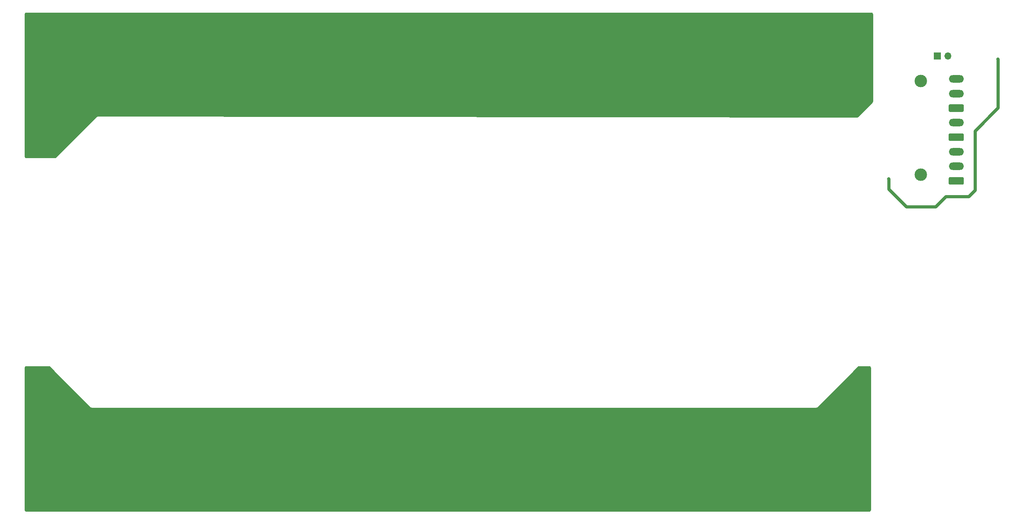
<source format=gtl>
%TF.GenerationSoftware,KiCad,Pcbnew,(5.1.9-0-10_14)*%
%TF.CreationDate,2022-11-21T01:50:29-05:00*%
%TF.ProjectId,5AhG3-12S,35416847-332d-4313-9253-2e6b69636164,rev?*%
%TF.SameCoordinates,Original*%
%TF.FileFunction,Copper,L1,Top*%
%TF.FilePolarity,Positive*%
%FSLAX46Y46*%
G04 Gerber Fmt 4.6, Leading zero omitted, Abs format (unit mm)*
G04 Created by KiCad (PCBNEW (5.1.9-0-10_14)) date 2022-11-21 01:50:29*
%MOMM*%
%LPD*%
G01*
G04 APERTURE LIST*
%TA.AperFunction,ComponentPad*%
%ADD10C,3.000000*%
%TD*%
%TA.AperFunction,ComponentPad*%
%ADD11O,3.600000X1.800000*%
%TD*%
%TA.AperFunction,ComponentPad*%
%ADD12R,1.700000X1.700000*%
%TD*%
%TA.AperFunction,ComponentPad*%
%ADD13O,1.700000X1.700000*%
%TD*%
%TA.AperFunction,ViaPad*%
%ADD14C,0.800000*%
%TD*%
%TA.AperFunction,Conductor*%
%ADD15C,1.500000*%
%TD*%
%TA.AperFunction,Conductor*%
%ADD16C,0.750000*%
%TD*%
%TA.AperFunction,NonConductor*%
%ADD17C,0.254000*%
%TD*%
%TA.AperFunction,NonConductor*%
%ADD18C,0.100000*%
%TD*%
G04 APERTURE END LIST*
D10*
%TO.P,F1,1*%
%TO.N,/HVDC_POS*%
X290500000Y-92500000D03*
%TO.P,F1,2*%
%TO.N,/HVDC_POS_UNFUSED*%
X290500000Y-115000000D03*
%TD*%
%TO.P,J3,1*%
%TO.N,/HVDC_POS*%
%TA.AperFunction,ComponentPad*%
G36*
G01*
X300550000Y-99900000D02*
X297450000Y-99900000D01*
G75*
G02*
X297200000Y-99650000I0J250000D01*
G01*
X297200000Y-98350000D01*
G75*
G02*
X297450000Y-98100000I250000J0D01*
G01*
X300550000Y-98100000D01*
G75*
G02*
X300800000Y-98350000I0J-250000D01*
G01*
X300800000Y-99650000D01*
G75*
G02*
X300550000Y-99900000I-250000J0D01*
G01*
G37*
%TD.AperFunction*%
D11*
%TO.P,J3,2*%
X299000000Y-95500000D03*
%TO.P,J3,3*%
X299000000Y-92000000D03*
%TD*%
%TO.P,J4,3*%
%TO.N,/HVDC_NEG_SWITCHED*%
X299000000Y-109500000D03*
%TO.P,J4,2*%
X299000000Y-113000000D03*
%TO.P,J4,1*%
%TA.AperFunction,ComponentPad*%
G36*
G01*
X300550000Y-117400000D02*
X297450000Y-117400000D01*
G75*
G02*
X297200000Y-117150000I0J250000D01*
G01*
X297200000Y-115850000D01*
G75*
G02*
X297450000Y-115600000I250000J0D01*
G01*
X300550000Y-115600000D01*
G75*
G02*
X300800000Y-115850000I0J-250000D01*
G01*
X300800000Y-117150000D01*
G75*
G02*
X300550000Y-117400000I-250000J0D01*
G01*
G37*
%TD.AperFunction*%
%TD*%
D12*
%TO.P,J1,1*%
%TO.N,/GND_SAFE*%
X294500000Y-86500000D03*
D13*
%TO.P,J1,2*%
%TO.N,/GPIO*%
X297040000Y-86500000D03*
%TD*%
%TO.P,J2,1*%
%TO.N,/HVDC_NEG*%
%TA.AperFunction,ComponentPad*%
G36*
G01*
X300550000Y-106900000D02*
X297450000Y-106900000D01*
G75*
G02*
X297200000Y-106650000I0J250000D01*
G01*
X297200000Y-105350000D01*
G75*
G02*
X297450000Y-105100000I250000J0D01*
G01*
X300550000Y-105100000D01*
G75*
G02*
X300800000Y-105350000I0J-250000D01*
G01*
X300800000Y-106650000D01*
G75*
G02*
X300550000Y-106900000I-250000J0D01*
G01*
G37*
%TD.AperFunction*%
D11*
%TO.P,J2,2*%
%TO.N,/HVDC_POS_UNFUSED*%
X299000000Y-102500000D03*
%TD*%
D14*
%TO.N,/Q1_GATE*%
X282750000Y-116000000D03*
X309037500Y-87212500D03*
%TD*%
D15*
%TO.N,/HVDC_POS*%
X291000000Y-92000000D02*
X290500000Y-92500000D01*
D16*
%TO.N,/Q1_GATE*%
X282750000Y-118500000D02*
X282750000Y-116000000D01*
X294000000Y-122750000D02*
X287000000Y-122750000D01*
X296500000Y-120250000D02*
X294000000Y-122750000D01*
X287000000Y-122750000D02*
X282750000Y-118500000D01*
X303500000Y-104500000D02*
X303500000Y-118750000D01*
X302000000Y-120250000D02*
X296500000Y-120250000D01*
X303500000Y-118750000D02*
X302000000Y-120250000D01*
X309037500Y-87212500D02*
X309037500Y-98962500D01*
X309037500Y-98962500D02*
X308875000Y-99125000D01*
X308875000Y-99125000D02*
X303500000Y-104500000D01*
%TD*%
D17*
X278596257Y-76140769D02*
X278685955Y-76177923D01*
X278762976Y-76237024D01*
X278822077Y-76314045D01*
X278859231Y-76403743D01*
X278873000Y-76508328D01*
X278873000Y-97284565D01*
X278859231Y-97389150D01*
X278822078Y-97478845D01*
X278757866Y-97562528D01*
X275312823Y-101007571D01*
X275228979Y-101071876D01*
X275139102Y-101109033D01*
X275034332Y-101122705D01*
X92707681Y-100873284D01*
X92691074Y-100874352D01*
X92561421Y-100891271D01*
X92529333Y-100899837D01*
X92408500Y-100949791D01*
X92379731Y-100966383D01*
X92275980Y-101045956D01*
X92263467Y-101056927D01*
X82562528Y-110757866D01*
X82478845Y-110822078D01*
X82389150Y-110859231D01*
X82284565Y-110873000D01*
X75508328Y-110873000D01*
X75403743Y-110859231D01*
X75314045Y-110822077D01*
X75237024Y-110762976D01*
X75177923Y-110685955D01*
X75152000Y-110623371D01*
X75152000Y-76376629D01*
X75177923Y-76314045D01*
X75237024Y-76237024D01*
X75314045Y-76177923D01*
X75403743Y-76140769D01*
X75508328Y-76127000D01*
X278491672Y-76127000D01*
X278596257Y-76140769D01*
%TA.AperFunction,NonConductor*%
D18*
G36*
X278596257Y-76140769D02*
G01*
X278685955Y-76177923D01*
X278762976Y-76237024D01*
X278822077Y-76314045D01*
X278859231Y-76403743D01*
X278873000Y-76508328D01*
X278873000Y-97284565D01*
X278859231Y-97389150D01*
X278822078Y-97478845D01*
X278757866Y-97562528D01*
X275312823Y-101007571D01*
X275228979Y-101071876D01*
X275139102Y-101109033D01*
X275034332Y-101122705D01*
X92707681Y-100873284D01*
X92691074Y-100874352D01*
X92561421Y-100891271D01*
X92529333Y-100899837D01*
X92408500Y-100949791D01*
X92379731Y-100966383D01*
X92275980Y-101045956D01*
X92263467Y-101056927D01*
X82562528Y-110757866D01*
X82478845Y-110822078D01*
X82389150Y-110859231D01*
X82284565Y-110873000D01*
X75508328Y-110873000D01*
X75403743Y-110859231D01*
X75314045Y-110822077D01*
X75237024Y-110762976D01*
X75177923Y-110685955D01*
X75152000Y-110623371D01*
X75152000Y-76376629D01*
X75177923Y-76314045D01*
X75237024Y-76237024D01*
X75314045Y-76177923D01*
X75403743Y-76140769D01*
X75508328Y-76127000D01*
X278491672Y-76127000D01*
X278596257Y-76140769D01*
G37*
%TD.AperFunction*%
D17*
X80889150Y-161140769D02*
X80978845Y-161177922D01*
X81062528Y-161242134D01*
X90763750Y-170943356D01*
X90776240Y-170954309D01*
X90879794Y-171033769D01*
X90908506Y-171050346D01*
X91029096Y-171100296D01*
X91061120Y-171108877D01*
X91190530Y-171125914D01*
X91207107Y-171127000D01*
X265292893Y-171127000D01*
X265309470Y-171125914D01*
X265438880Y-171108877D01*
X265470904Y-171100296D01*
X265591494Y-171050346D01*
X265620206Y-171033769D01*
X265723760Y-170954309D01*
X265736250Y-170943356D01*
X275437472Y-161242134D01*
X275521155Y-161177922D01*
X275610850Y-161140769D01*
X275715435Y-161127000D01*
X277991672Y-161127000D01*
X278096257Y-161140769D01*
X278185955Y-161177923D01*
X278262976Y-161237024D01*
X278322077Y-161314045D01*
X278359231Y-161403743D01*
X278373000Y-161508328D01*
X278373000Y-195491672D01*
X278359231Y-195596257D01*
X278322077Y-195685955D01*
X278262976Y-195762976D01*
X278185955Y-195822077D01*
X278096257Y-195859231D01*
X277991672Y-195873000D01*
X75508328Y-195873000D01*
X75403743Y-195859231D01*
X75314045Y-195822077D01*
X75237024Y-195762976D01*
X75177923Y-195685955D01*
X75152000Y-195623371D01*
X75152000Y-161376629D01*
X75177923Y-161314045D01*
X75237024Y-161237024D01*
X75314045Y-161177923D01*
X75403743Y-161140769D01*
X75508328Y-161127000D01*
X80784565Y-161127000D01*
X80889150Y-161140769D01*
%TA.AperFunction,NonConductor*%
D18*
G36*
X80889150Y-161140769D02*
G01*
X80978845Y-161177922D01*
X81062528Y-161242134D01*
X90763750Y-170943356D01*
X90776240Y-170954309D01*
X90879794Y-171033769D01*
X90908506Y-171050346D01*
X91029096Y-171100296D01*
X91061120Y-171108877D01*
X91190530Y-171125914D01*
X91207107Y-171127000D01*
X265292893Y-171127000D01*
X265309470Y-171125914D01*
X265438880Y-171108877D01*
X265470904Y-171100296D01*
X265591494Y-171050346D01*
X265620206Y-171033769D01*
X265723760Y-170954309D01*
X265736250Y-170943356D01*
X275437472Y-161242134D01*
X275521155Y-161177922D01*
X275610850Y-161140769D01*
X275715435Y-161127000D01*
X277991672Y-161127000D01*
X278096257Y-161140769D01*
X278185955Y-161177923D01*
X278262976Y-161237024D01*
X278322077Y-161314045D01*
X278359231Y-161403743D01*
X278373000Y-161508328D01*
X278373000Y-195491672D01*
X278359231Y-195596257D01*
X278322077Y-195685955D01*
X278262976Y-195762976D01*
X278185955Y-195822077D01*
X278096257Y-195859231D01*
X277991672Y-195873000D01*
X75508328Y-195873000D01*
X75403743Y-195859231D01*
X75314045Y-195822077D01*
X75237024Y-195762976D01*
X75177923Y-195685955D01*
X75152000Y-195623371D01*
X75152000Y-161376629D01*
X75177923Y-161314045D01*
X75237024Y-161237024D01*
X75314045Y-161177923D01*
X75403743Y-161140769D01*
X75508328Y-161127000D01*
X80784565Y-161127000D01*
X80889150Y-161140769D01*
G37*
%TD.AperFunction*%
M02*

</source>
